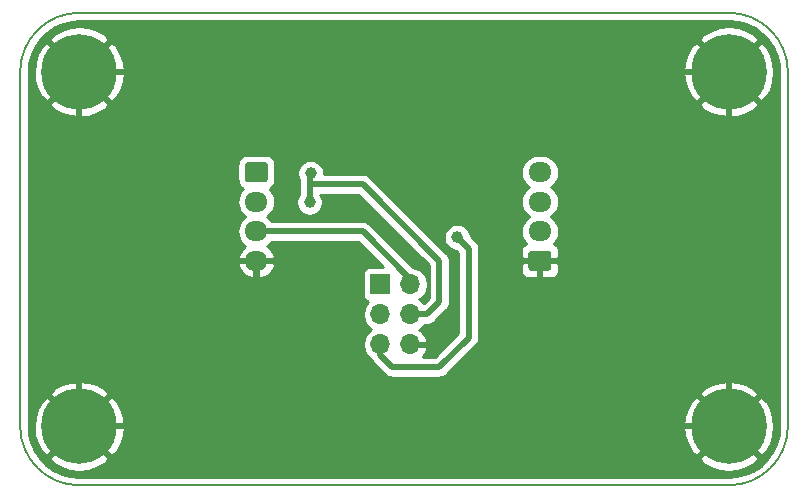
<source format=gbr>
%TF.GenerationSoftware,KiCad,Pcbnew,(5.1.6)-1*%
%TF.CreationDate,2020-12-10T00:03:04+01:00*%
%TF.ProjectId,06_I2C_2_NEOPIXELS,30365f49-3243-45f3-925f-4e454f504958,rev?*%
%TF.SameCoordinates,Original*%
%TF.FileFunction,Copper,L2,Bot*%
%TF.FilePolarity,Positive*%
%FSLAX46Y46*%
G04 Gerber Fmt 4.6, Leading zero omitted, Abs format (unit mm)*
G04 Created by KiCad (PCBNEW (5.1.6)-1) date 2020-12-10 00:03:04*
%MOMM*%
%LPD*%
G01*
G04 APERTURE LIST*
%TA.AperFunction,Profile*%
%ADD10C,0.150000*%
%TD*%
%TA.AperFunction,ComponentPad*%
%ADD11C,6.400000*%
%TD*%
%TA.AperFunction,ComponentPad*%
%ADD12C,0.800000*%
%TD*%
%TA.AperFunction,ComponentPad*%
%ADD13O,1.950000X1.700000*%
%TD*%
%TA.AperFunction,ComponentPad*%
%ADD14R,1.700000X1.700000*%
%TD*%
%TA.AperFunction,ComponentPad*%
%ADD15O,1.700000X1.700000*%
%TD*%
%TA.AperFunction,ViaPad*%
%ADD16C,1.000000*%
%TD*%
%TA.AperFunction,Conductor*%
%ADD17C,0.500000*%
%TD*%
%TA.AperFunction,Conductor*%
%ADD18C,0.254000*%
%TD*%
G04 APERTURE END LIST*
D10*
X160000000Y-55000000D02*
G75*
G02*
X165000000Y-60000000I0J-5000000D01*
G01*
X165000000Y-90000000D02*
G75*
G02*
X160000000Y-95000000I-5000000J0D01*
G01*
X105000000Y-95000000D02*
G75*
G02*
X100000000Y-90000000I0J5000000D01*
G01*
X100000000Y-60000000D02*
G75*
G02*
X105000000Y-55000000I5000000J0D01*
G01*
X100000000Y-90000000D02*
X100000000Y-60000000D01*
X160000000Y-95000000D02*
X105000000Y-95000000D01*
X165000000Y-60000000D02*
X165000000Y-90000000D01*
X105000000Y-55000000D02*
X160000000Y-55000000D01*
D11*
%TO.P,H1,1*%
%TO.N,GND*%
X105000000Y-60000000D03*
D12*
X107400000Y-60000000D03*
X106697056Y-61697056D03*
X105000000Y-62400000D03*
X103302944Y-61697056D03*
X102600000Y-60000000D03*
X103302944Y-58302944D03*
X105000000Y-57600000D03*
X106697056Y-58302944D03*
%TD*%
%TO.P,H2,1*%
%TO.N,GND*%
X161697056Y-58302944D03*
X160000000Y-57600000D03*
X158302944Y-58302944D03*
X157600000Y-60000000D03*
X158302944Y-61697056D03*
X160000000Y-62400000D03*
X161697056Y-61697056D03*
X162400000Y-60000000D03*
D11*
X160000000Y-60000000D03*
%TD*%
D12*
%TO.P,H3,1*%
%TO.N,GND*%
X161697056Y-88302944D03*
X160000000Y-87600000D03*
X158302944Y-88302944D03*
X157600000Y-90000000D03*
X158302944Y-91697056D03*
X160000000Y-92400000D03*
X161697056Y-91697056D03*
X162400000Y-90000000D03*
D11*
X160000000Y-90000000D03*
%TD*%
%TO.P,H4,1*%
%TO.N,GND*%
X105000000Y-90000000D03*
D12*
X107400000Y-90000000D03*
X106697056Y-91697056D03*
X105000000Y-92400000D03*
X103302944Y-91697056D03*
X102600000Y-90000000D03*
X103302944Y-88302944D03*
X105000000Y-87600000D03*
X106697056Y-88302944D03*
%TD*%
%TO.P,J1,1*%
%TO.N,GND*%
%TA.AperFunction,ComponentPad*%
G36*
G01*
X144725000Y-76850000D02*
X143275000Y-76850000D01*
G75*
G02*
X143025000Y-76600000I0J250000D01*
G01*
X143025000Y-75400000D01*
G75*
G02*
X143275000Y-75150000I250000J0D01*
G01*
X144725000Y-75150000D01*
G75*
G02*
X144975000Y-75400000I0J-250000D01*
G01*
X144975000Y-76600000D01*
G75*
G02*
X144725000Y-76850000I-250000J0D01*
G01*
G37*
%TD.AperFunction*%
D13*
%TO.P,J1,2*%
%TO.N,5V*%
X144000000Y-73500000D03*
%TO.P,J1,3*%
%TO.N,S0*%
X144000000Y-71000000D03*
%TO.P,J1,4*%
%TO.N,back0*%
X144000000Y-68500000D03*
%TD*%
%TO.P,J2,4*%
%TO.N,GND*%
X120000000Y-76000000D03*
%TO.P,J2,3*%
%TO.N,5V*%
X120000000Y-73500000D03*
%TO.P,J2,2*%
%TO.N,SCL*%
X120000000Y-71000000D03*
%TO.P,J2,1*%
%TO.N,SDA*%
%TA.AperFunction,ComponentPad*%
G36*
G01*
X119275000Y-67650000D02*
X120725000Y-67650000D01*
G75*
G02*
X120975000Y-67900000I0J-250000D01*
G01*
X120975000Y-69100000D01*
G75*
G02*
X120725000Y-69350000I-250000J0D01*
G01*
X119275000Y-69350000D01*
G75*
G02*
X119025000Y-69100000I0J250000D01*
G01*
X119025000Y-67900000D01*
G75*
G02*
X119275000Y-67650000I250000J0D01*
G01*
G37*
%TD.AperFunction*%
%TD*%
D14*
%TO.P,J3,1*%
%TO.N,PB1*%
X130500000Y-78000000D03*
D15*
%TO.P,J3,2*%
%TO.N,5V*%
X133040000Y-78000000D03*
%TO.P,J3,3*%
%TO.N,SCL*%
X130500000Y-80540000D03*
%TO.P,J3,4*%
%TO.N,SDA*%
X133040000Y-80540000D03*
%TO.P,J3,5*%
%TO.N,RST*%
X130500000Y-83080000D03*
%TO.P,J3,6*%
%TO.N,GND*%
X133040000Y-83080000D03*
%TD*%
D16*
%TO.N,GND*%
X105000000Y-65000000D03*
X105000000Y-70000000D03*
X105000000Y-75000000D03*
X105000000Y-80000000D03*
X105000000Y-85000000D03*
X110000000Y-60000000D03*
X115000000Y-60000000D03*
X120000000Y-60000000D03*
X125000000Y-60000000D03*
X130000000Y-60000000D03*
X135000000Y-60000000D03*
X140000000Y-60000000D03*
X145000000Y-60000000D03*
X150000000Y-60000000D03*
X155000000Y-60000000D03*
X110000000Y-90000000D03*
X115000000Y-90000000D03*
X120000000Y-90000000D03*
X125000000Y-90000000D03*
X130000000Y-90000000D03*
X135000000Y-90000000D03*
X140000000Y-90000000D03*
X145000000Y-90000000D03*
X150000000Y-90000000D03*
X155000000Y-90000000D03*
X160000000Y-85000000D03*
X160000000Y-80000000D03*
X160000000Y-75000000D03*
X160000000Y-65000000D03*
X160000000Y-70000000D03*
X127000000Y-79500000D03*
X133500000Y-69500000D03*
X141000000Y-69000000D03*
X141000000Y-72500000D03*
X129550000Y-76000000D03*
%TO.N,SDA*%
X124500000Y-71050000D03*
X124595000Y-68595000D03*
%TO.N,RST*%
X137000000Y-74000000D03*
%TD*%
D17*
%TO.N,GND*%
X155000000Y-60000000D02*
X160000000Y-60000000D01*
X113000000Y-60000000D02*
X105000000Y-60000000D01*
X155000000Y-60000000D02*
X113000000Y-60000000D01*
X105000000Y-80000000D02*
X105000000Y-75000000D01*
X105000000Y-75000000D02*
X105000000Y-70000000D01*
X105000000Y-70000000D02*
X105000000Y-65000000D01*
X105000000Y-65000000D02*
X105000000Y-60000000D01*
X105000000Y-90000000D02*
X105000000Y-85000000D01*
X105000000Y-85000000D02*
X105000000Y-80000000D01*
X160000000Y-90000000D02*
X155000000Y-90000000D01*
X140000000Y-90000000D02*
X135000000Y-90000000D01*
X135000000Y-90000000D02*
X130000000Y-90000000D01*
X125000000Y-90000000D02*
X120000000Y-90000000D01*
X110000000Y-90000000D02*
X115000000Y-90000000D01*
X120000000Y-90000000D02*
X115000000Y-90000000D01*
X110000000Y-90000000D02*
X105000000Y-90000000D01*
X140000000Y-90000000D02*
X145000000Y-90000000D01*
X145000000Y-90000000D02*
X150000000Y-90000000D01*
X155000000Y-90000000D02*
X150000000Y-90000000D01*
X160000000Y-80000000D02*
X160000000Y-85000000D01*
X160000000Y-90000000D02*
X160000000Y-85000000D01*
X160000000Y-85000000D02*
X160000000Y-75000000D01*
X160000000Y-70000000D02*
X160000000Y-75000000D01*
X160000000Y-75000000D02*
X160000000Y-65000000D01*
X160000000Y-60000000D02*
X160000000Y-65000000D01*
X127000000Y-79500000D02*
X121000000Y-79500000D01*
X120000000Y-78500000D02*
X120000000Y-76000000D01*
X121000000Y-79500000D02*
X120000000Y-78500000D01*
X133500000Y-69500000D02*
X133500000Y-60000000D01*
X133500000Y-69500000D02*
X136000000Y-69500000D01*
X142500000Y-76000000D02*
X144000000Y-76000000D01*
X127000000Y-79500000D02*
X127000000Y-90000000D01*
X125000000Y-90000000D02*
X127000000Y-90000000D01*
X127000000Y-90000000D02*
X130000000Y-90000000D01*
X140000000Y-70000000D02*
X141000000Y-69000000D01*
X140000000Y-73500000D02*
X142500000Y-76000000D01*
X136000000Y-69500000D02*
X140000000Y-73500000D01*
X140000000Y-72500000D02*
X141000000Y-72500000D01*
X140000000Y-72500000D02*
X140000000Y-70000000D01*
X140000000Y-73500000D02*
X140000000Y-72500000D01*
X127000000Y-79500000D02*
X127000000Y-78550000D01*
X127000000Y-78550000D02*
X129550000Y-76000000D01*
%TO.N,5V*%
X129000000Y-73500000D02*
X120000000Y-73500000D01*
X133040000Y-78000000D02*
X133040000Y-77540000D01*
X133040000Y-77540000D02*
X129000000Y-73500000D01*
%TO.N,SDA*%
X124500000Y-68690000D02*
X124595000Y-68595000D01*
X133040000Y-80540000D02*
X134460000Y-80540000D01*
X134460000Y-80540000D02*
X135500000Y-79500000D01*
X135500000Y-79500000D02*
X135500000Y-76000000D01*
X129000000Y-69500000D02*
X124500000Y-69500000D01*
X135500000Y-76000000D02*
X129000000Y-69500000D01*
X124500000Y-71050000D02*
X124500000Y-69500000D01*
X124500000Y-69500000D02*
X124500000Y-68690000D01*
%TO.N,RST*%
X138000000Y-75000000D02*
X138000000Y-82500000D01*
X137000000Y-74000000D02*
X138000000Y-75000000D01*
X138000000Y-82500000D02*
X135500000Y-85000000D01*
X130500000Y-84000000D02*
X130500000Y-83080000D01*
X131500000Y-85000000D02*
X130500000Y-84000000D01*
X135500000Y-85000000D02*
X131500000Y-85000000D01*
%TD*%
D18*
%TO.N,GND*%
G36*
X160759192Y-55780578D02*
G01*
X161494389Y-55981705D01*
X162182351Y-56309846D01*
X162801331Y-56754628D01*
X163331761Y-57301988D01*
X163756884Y-57934639D01*
X164063251Y-58632561D01*
X164242499Y-59379183D01*
X164290000Y-60026030D01*
X164290001Y-89968370D01*
X164219422Y-90759193D01*
X164018295Y-91494389D01*
X163690152Y-92182355D01*
X163245374Y-92801328D01*
X162698012Y-93331761D01*
X162065362Y-93756883D01*
X161367439Y-94063251D01*
X160620819Y-94242499D01*
X159973970Y-94290000D01*
X105031618Y-94290000D01*
X104240807Y-94219422D01*
X103505611Y-94018295D01*
X102817645Y-93690152D01*
X102198672Y-93245374D01*
X101671020Y-92700881D01*
X102478724Y-92700881D01*
X102838912Y-93190548D01*
X103502882Y-93550849D01*
X104224385Y-93774694D01*
X104975695Y-93853480D01*
X105727938Y-93784178D01*
X106452208Y-93569452D01*
X107120670Y-93217555D01*
X107161088Y-93190548D01*
X107521276Y-92700881D01*
X157478724Y-92700881D01*
X157838912Y-93190548D01*
X158502882Y-93550849D01*
X159224385Y-93774694D01*
X159975695Y-93853480D01*
X160727938Y-93784178D01*
X161452208Y-93569452D01*
X162120670Y-93217555D01*
X162161088Y-93190548D01*
X162521276Y-92700881D01*
X160000000Y-90179605D01*
X157478724Y-92700881D01*
X107521276Y-92700881D01*
X105000000Y-90179605D01*
X102478724Y-92700881D01*
X101671020Y-92700881D01*
X101668239Y-92698012D01*
X101243117Y-92065362D01*
X100936749Y-91367439D01*
X100757501Y-90620819D01*
X100710127Y-89975695D01*
X101146520Y-89975695D01*
X101215822Y-90727938D01*
X101430548Y-91452208D01*
X101782445Y-92120670D01*
X101809452Y-92161088D01*
X102299119Y-92521276D01*
X104820395Y-90000000D01*
X105179605Y-90000000D01*
X107700881Y-92521276D01*
X108190548Y-92161088D01*
X108550849Y-91497118D01*
X108774694Y-90775615D01*
X108853480Y-90024305D01*
X108849002Y-89975695D01*
X156146520Y-89975695D01*
X156215822Y-90727938D01*
X156430548Y-91452208D01*
X156782445Y-92120670D01*
X156809452Y-92161088D01*
X157299119Y-92521276D01*
X159820395Y-90000000D01*
X160179605Y-90000000D01*
X162700881Y-92521276D01*
X163190548Y-92161088D01*
X163550849Y-91497118D01*
X163774694Y-90775615D01*
X163853480Y-90024305D01*
X163784178Y-89272062D01*
X163569452Y-88547792D01*
X163217555Y-87879330D01*
X163190548Y-87838912D01*
X162700881Y-87478724D01*
X160179605Y-90000000D01*
X159820395Y-90000000D01*
X157299119Y-87478724D01*
X156809452Y-87838912D01*
X156449151Y-88502882D01*
X156225306Y-89224385D01*
X156146520Y-89975695D01*
X108849002Y-89975695D01*
X108784178Y-89272062D01*
X108569452Y-88547792D01*
X108217555Y-87879330D01*
X108190548Y-87838912D01*
X107700881Y-87478724D01*
X105179605Y-90000000D01*
X104820395Y-90000000D01*
X102299119Y-87478724D01*
X101809452Y-87838912D01*
X101449151Y-88502882D01*
X101225306Y-89224385D01*
X101146520Y-89975695D01*
X100710127Y-89975695D01*
X100710000Y-89973970D01*
X100710000Y-87299119D01*
X102478724Y-87299119D01*
X105000000Y-89820395D01*
X107521276Y-87299119D01*
X157478724Y-87299119D01*
X160000000Y-89820395D01*
X162521276Y-87299119D01*
X162161088Y-86809452D01*
X161497118Y-86449151D01*
X160775615Y-86225306D01*
X160024305Y-86146520D01*
X159272062Y-86215822D01*
X158547792Y-86430548D01*
X157879330Y-86782445D01*
X157838912Y-86809452D01*
X157478724Y-87299119D01*
X107521276Y-87299119D01*
X107161088Y-86809452D01*
X106497118Y-86449151D01*
X105775615Y-86225306D01*
X105024305Y-86146520D01*
X104272062Y-86215822D01*
X103547792Y-86430548D01*
X102879330Y-86782445D01*
X102838912Y-86809452D01*
X102478724Y-87299119D01*
X100710000Y-87299119D01*
X100710000Y-76356890D01*
X118433524Y-76356890D01*
X118525648Y-76619858D01*
X118672504Y-76871193D01*
X118865571Y-77089049D01*
X119097430Y-77265053D01*
X119359170Y-77392442D01*
X119640733Y-77466320D01*
X119873000Y-77326165D01*
X119873000Y-76127000D01*
X120127000Y-76127000D01*
X120127000Y-77326165D01*
X120359267Y-77466320D01*
X120640830Y-77392442D01*
X120902570Y-77265053D01*
X121134429Y-77089049D01*
X121327496Y-76871193D01*
X121474352Y-76619858D01*
X121566476Y-76356890D01*
X121445155Y-76127000D01*
X120127000Y-76127000D01*
X119873000Y-76127000D01*
X118554845Y-76127000D01*
X118433524Y-76356890D01*
X100710000Y-76356890D01*
X100710000Y-71000000D01*
X118382815Y-71000000D01*
X118411487Y-71291111D01*
X118496401Y-71571034D01*
X118634294Y-71829014D01*
X118819866Y-72055134D01*
X119045986Y-72240706D01*
X119063374Y-72250000D01*
X119045986Y-72259294D01*
X118819866Y-72444866D01*
X118634294Y-72670986D01*
X118496401Y-72928966D01*
X118411487Y-73208889D01*
X118382815Y-73500000D01*
X118411487Y-73791111D01*
X118496401Y-74071034D01*
X118634294Y-74329014D01*
X118819866Y-74555134D01*
X119045986Y-74740706D01*
X119071722Y-74754462D01*
X118865571Y-74910951D01*
X118672504Y-75128807D01*
X118525648Y-75380142D01*
X118433524Y-75643110D01*
X118554845Y-75873000D01*
X119873000Y-75873000D01*
X119873000Y-75853000D01*
X120127000Y-75853000D01*
X120127000Y-75873000D01*
X121445155Y-75873000D01*
X121566476Y-75643110D01*
X121474352Y-75380142D01*
X121327496Y-75128807D01*
X121134429Y-74910951D01*
X120928278Y-74754462D01*
X120954014Y-74740706D01*
X121180134Y-74555134D01*
X121319759Y-74385000D01*
X128633422Y-74385000D01*
X130760349Y-76511928D01*
X129650000Y-76511928D01*
X129525518Y-76524188D01*
X129405820Y-76560498D01*
X129295506Y-76619463D01*
X129198815Y-76698815D01*
X129119463Y-76795506D01*
X129060498Y-76905820D01*
X129024188Y-77025518D01*
X129011928Y-77150000D01*
X129011928Y-78850000D01*
X129024188Y-78974482D01*
X129060498Y-79094180D01*
X129119463Y-79204494D01*
X129198815Y-79301185D01*
X129295506Y-79380537D01*
X129405820Y-79439502D01*
X129478380Y-79461513D01*
X129346525Y-79593368D01*
X129184010Y-79836589D01*
X129072068Y-80106842D01*
X129015000Y-80393740D01*
X129015000Y-80686260D01*
X129072068Y-80973158D01*
X129184010Y-81243411D01*
X129346525Y-81486632D01*
X129553368Y-81693475D01*
X129727760Y-81810000D01*
X129553368Y-81926525D01*
X129346525Y-82133368D01*
X129184010Y-82376589D01*
X129072068Y-82646842D01*
X129015000Y-82933740D01*
X129015000Y-83226260D01*
X129072068Y-83513158D01*
X129184010Y-83783411D01*
X129346525Y-84026632D01*
X129553368Y-84233475D01*
X129669551Y-84311106D01*
X129678411Y-84340312D01*
X129760589Y-84494058D01*
X129871183Y-84628817D01*
X129904956Y-84656534D01*
X130843470Y-85595049D01*
X130871183Y-85628817D01*
X130904951Y-85656530D01*
X130904953Y-85656532D01*
X131005941Y-85739411D01*
X131159686Y-85821589D01*
X131326510Y-85872195D01*
X131456523Y-85885000D01*
X131456531Y-85885000D01*
X131500000Y-85889281D01*
X131543469Y-85885000D01*
X135456531Y-85885000D01*
X135500000Y-85889281D01*
X135543469Y-85885000D01*
X135543477Y-85885000D01*
X135673490Y-85872195D01*
X135840313Y-85821589D01*
X135994059Y-85739411D01*
X136128817Y-85628817D01*
X136156534Y-85595044D01*
X138595049Y-83156530D01*
X138628817Y-83128817D01*
X138704562Y-83036523D01*
X138739411Y-82994059D01*
X138821588Y-82840314D01*
X138821589Y-82840313D01*
X138872195Y-82673490D01*
X138885000Y-82543477D01*
X138885000Y-82543469D01*
X138889281Y-82500000D01*
X138885000Y-82456531D01*
X138885000Y-76850000D01*
X142386928Y-76850000D01*
X142399188Y-76974482D01*
X142435498Y-77094180D01*
X142494463Y-77204494D01*
X142573815Y-77301185D01*
X142670506Y-77380537D01*
X142780820Y-77439502D01*
X142900518Y-77475812D01*
X143025000Y-77488072D01*
X143714250Y-77485000D01*
X143873000Y-77326250D01*
X143873000Y-76127000D01*
X144127000Y-76127000D01*
X144127000Y-77326250D01*
X144285750Y-77485000D01*
X144975000Y-77488072D01*
X145099482Y-77475812D01*
X145219180Y-77439502D01*
X145329494Y-77380537D01*
X145426185Y-77301185D01*
X145505537Y-77204494D01*
X145564502Y-77094180D01*
X145600812Y-76974482D01*
X145613072Y-76850000D01*
X145610000Y-76285750D01*
X145451250Y-76127000D01*
X144127000Y-76127000D01*
X143873000Y-76127000D01*
X142548750Y-76127000D01*
X142390000Y-76285750D01*
X142386928Y-76850000D01*
X138885000Y-76850000D01*
X138885000Y-75043469D01*
X138889281Y-75000000D01*
X138885000Y-74956531D01*
X138885000Y-74956523D01*
X138872195Y-74826510D01*
X138825855Y-74673750D01*
X138821589Y-74659686D01*
X138739411Y-74505941D01*
X138656532Y-74404953D01*
X138656530Y-74404951D01*
X138628817Y-74371183D01*
X138595050Y-74343471D01*
X138133811Y-73882232D01*
X138091383Y-73668933D01*
X138005824Y-73462376D01*
X137881612Y-73276480D01*
X137723520Y-73118388D01*
X137537624Y-72994176D01*
X137331067Y-72908617D01*
X137111788Y-72865000D01*
X136888212Y-72865000D01*
X136668933Y-72908617D01*
X136462376Y-72994176D01*
X136276480Y-73118388D01*
X136118388Y-73276480D01*
X135994176Y-73462376D01*
X135908617Y-73668933D01*
X135865000Y-73888212D01*
X135865000Y-74111788D01*
X135908617Y-74331067D01*
X135994176Y-74537624D01*
X136118388Y-74723520D01*
X136276480Y-74881612D01*
X136462376Y-75005824D01*
X136668933Y-75091383D01*
X136882232Y-75133811D01*
X137115000Y-75366579D01*
X137115001Y-82133420D01*
X135133422Y-84115000D01*
X134099057Y-84115000D01*
X134137588Y-84080269D01*
X134311641Y-83846920D01*
X134436825Y-83584099D01*
X134481476Y-83436890D01*
X134360155Y-83207000D01*
X133167000Y-83207000D01*
X133167000Y-83227000D01*
X132913000Y-83227000D01*
X132913000Y-83207000D01*
X132893000Y-83207000D01*
X132893000Y-82953000D01*
X132913000Y-82953000D01*
X132913000Y-82933000D01*
X133167000Y-82933000D01*
X133167000Y-82953000D01*
X134360155Y-82953000D01*
X134481476Y-82723110D01*
X134436825Y-82575901D01*
X134311641Y-82313080D01*
X134137588Y-82079731D01*
X133921355Y-81884822D01*
X133804466Y-81815195D01*
X133986632Y-81693475D01*
X134193475Y-81486632D01*
X134234656Y-81425000D01*
X134416531Y-81425000D01*
X134460000Y-81429281D01*
X134503469Y-81425000D01*
X134503477Y-81425000D01*
X134633490Y-81412195D01*
X134800313Y-81361589D01*
X134954059Y-81279411D01*
X135088817Y-81168817D01*
X135116534Y-81135044D01*
X136095050Y-80156529D01*
X136128817Y-80128817D01*
X136239411Y-79994059D01*
X136321589Y-79840313D01*
X136372195Y-79673490D01*
X136385000Y-79543477D01*
X136385000Y-79543467D01*
X136389281Y-79500001D01*
X136385000Y-79456535D01*
X136385000Y-76043465D01*
X136389281Y-75999999D01*
X136385000Y-75956533D01*
X136385000Y-75956523D01*
X136372195Y-75826510D01*
X136321589Y-75659687D01*
X136239411Y-75505941D01*
X136128817Y-75371183D01*
X136095049Y-75343470D01*
X129656534Y-68904956D01*
X129628817Y-68871183D01*
X129494059Y-68760589D01*
X129340313Y-68678411D01*
X129173490Y-68627805D01*
X129043477Y-68615000D01*
X129043469Y-68615000D01*
X129000000Y-68610719D01*
X128956531Y-68615000D01*
X125730000Y-68615000D01*
X125730000Y-68500000D01*
X142382815Y-68500000D01*
X142411487Y-68791111D01*
X142496401Y-69071034D01*
X142634294Y-69329014D01*
X142819866Y-69555134D01*
X143045986Y-69740706D01*
X143063374Y-69750000D01*
X143045986Y-69759294D01*
X142819866Y-69944866D01*
X142634294Y-70170986D01*
X142496401Y-70428966D01*
X142411487Y-70708889D01*
X142382815Y-71000000D01*
X142411487Y-71291111D01*
X142496401Y-71571034D01*
X142634294Y-71829014D01*
X142819866Y-72055134D01*
X143045986Y-72240706D01*
X143063374Y-72250000D01*
X143045986Y-72259294D01*
X142819866Y-72444866D01*
X142634294Y-72670986D01*
X142496401Y-72928966D01*
X142411487Y-73208889D01*
X142382815Y-73500000D01*
X142411487Y-73791111D01*
X142496401Y-74071034D01*
X142634294Y-74329014D01*
X142815608Y-74549945D01*
X142780820Y-74560498D01*
X142670506Y-74619463D01*
X142573815Y-74698815D01*
X142494463Y-74795506D01*
X142435498Y-74905820D01*
X142399188Y-75025518D01*
X142386928Y-75150000D01*
X142390000Y-75714250D01*
X142548750Y-75873000D01*
X143873000Y-75873000D01*
X143873000Y-75853000D01*
X144127000Y-75853000D01*
X144127000Y-75873000D01*
X145451250Y-75873000D01*
X145610000Y-75714250D01*
X145613072Y-75150000D01*
X145600812Y-75025518D01*
X145564502Y-74905820D01*
X145505537Y-74795506D01*
X145426185Y-74698815D01*
X145329494Y-74619463D01*
X145219180Y-74560498D01*
X145184392Y-74549945D01*
X145365706Y-74329014D01*
X145503599Y-74071034D01*
X145588513Y-73791111D01*
X145617185Y-73500000D01*
X145588513Y-73208889D01*
X145503599Y-72928966D01*
X145365706Y-72670986D01*
X145180134Y-72444866D01*
X144954014Y-72259294D01*
X144936626Y-72250000D01*
X144954014Y-72240706D01*
X145180134Y-72055134D01*
X145365706Y-71829014D01*
X145503599Y-71571034D01*
X145588513Y-71291111D01*
X145617185Y-71000000D01*
X145588513Y-70708889D01*
X145503599Y-70428966D01*
X145365706Y-70170986D01*
X145180134Y-69944866D01*
X144954014Y-69759294D01*
X144936626Y-69750000D01*
X144954014Y-69740706D01*
X145180134Y-69555134D01*
X145365706Y-69329014D01*
X145503599Y-69071034D01*
X145588513Y-68791111D01*
X145617185Y-68500000D01*
X145588513Y-68208889D01*
X145503599Y-67928966D01*
X145365706Y-67670986D01*
X145180134Y-67444866D01*
X144954014Y-67259294D01*
X144696034Y-67121401D01*
X144416111Y-67036487D01*
X144197950Y-67015000D01*
X143802050Y-67015000D01*
X143583889Y-67036487D01*
X143303966Y-67121401D01*
X143045986Y-67259294D01*
X142819866Y-67444866D01*
X142634294Y-67670986D01*
X142496401Y-67928966D01*
X142411487Y-68208889D01*
X142382815Y-68500000D01*
X125730000Y-68500000D01*
X125730000Y-68483212D01*
X125686383Y-68263933D01*
X125600824Y-68057376D01*
X125476612Y-67871480D01*
X125318520Y-67713388D01*
X125132624Y-67589176D01*
X124926067Y-67503617D01*
X124706788Y-67460000D01*
X124483212Y-67460000D01*
X124263933Y-67503617D01*
X124057376Y-67589176D01*
X123871480Y-67713388D01*
X123713388Y-67871480D01*
X123589176Y-68057376D01*
X123503617Y-68263933D01*
X123460000Y-68483212D01*
X123460000Y-68706788D01*
X123503617Y-68926067D01*
X123589176Y-69132624D01*
X123615000Y-69171272D01*
X123615000Y-69456523D01*
X123610718Y-69500000D01*
X123615001Y-69543486D01*
X123615000Y-70331550D01*
X123494176Y-70512376D01*
X123408617Y-70718933D01*
X123365000Y-70938212D01*
X123365000Y-71161788D01*
X123408617Y-71381067D01*
X123494176Y-71587624D01*
X123618388Y-71773520D01*
X123776480Y-71931612D01*
X123962376Y-72055824D01*
X124168933Y-72141383D01*
X124388212Y-72185000D01*
X124611788Y-72185000D01*
X124831067Y-72141383D01*
X125037624Y-72055824D01*
X125223520Y-71931612D01*
X125381612Y-71773520D01*
X125505824Y-71587624D01*
X125591383Y-71381067D01*
X125635000Y-71161788D01*
X125635000Y-70938212D01*
X125591383Y-70718933D01*
X125505824Y-70512376D01*
X125420714Y-70385000D01*
X128633422Y-70385000D01*
X134615001Y-76366580D01*
X134615000Y-79133421D01*
X134174264Y-79574157D01*
X133986632Y-79386525D01*
X133812240Y-79270000D01*
X133986632Y-79153475D01*
X134193475Y-78946632D01*
X134355990Y-78703411D01*
X134467932Y-78433158D01*
X134525000Y-78146260D01*
X134525000Y-77853740D01*
X134467932Y-77566842D01*
X134355990Y-77296589D01*
X134193475Y-77053368D01*
X133986632Y-76846525D01*
X133743411Y-76684010D01*
X133473158Y-76572068D01*
X133286523Y-76534944D01*
X129656534Y-72904956D01*
X129628817Y-72871183D01*
X129494059Y-72760589D01*
X129340313Y-72678411D01*
X129173490Y-72627805D01*
X129043477Y-72615000D01*
X129043469Y-72615000D01*
X129000000Y-72610719D01*
X128956531Y-72615000D01*
X121319759Y-72615000D01*
X121180134Y-72444866D01*
X120954014Y-72259294D01*
X120936626Y-72250000D01*
X120954014Y-72240706D01*
X121180134Y-72055134D01*
X121365706Y-71829014D01*
X121503599Y-71571034D01*
X121588513Y-71291111D01*
X121617185Y-71000000D01*
X121588513Y-70708889D01*
X121503599Y-70428966D01*
X121365706Y-70170986D01*
X121180134Y-69944866D01*
X121116663Y-69892777D01*
X121218386Y-69838405D01*
X121352962Y-69727962D01*
X121463405Y-69593386D01*
X121545472Y-69439850D01*
X121596008Y-69273254D01*
X121613072Y-69100000D01*
X121613072Y-67900000D01*
X121596008Y-67726746D01*
X121545472Y-67560150D01*
X121463405Y-67406614D01*
X121352962Y-67272038D01*
X121218386Y-67161595D01*
X121064850Y-67079528D01*
X120898254Y-67028992D01*
X120725000Y-67011928D01*
X119275000Y-67011928D01*
X119101746Y-67028992D01*
X118935150Y-67079528D01*
X118781614Y-67161595D01*
X118647038Y-67272038D01*
X118536595Y-67406614D01*
X118454528Y-67560150D01*
X118403992Y-67726746D01*
X118386928Y-67900000D01*
X118386928Y-69100000D01*
X118403992Y-69273254D01*
X118454528Y-69439850D01*
X118536595Y-69593386D01*
X118647038Y-69727962D01*
X118781614Y-69838405D01*
X118883337Y-69892777D01*
X118819866Y-69944866D01*
X118634294Y-70170986D01*
X118496401Y-70428966D01*
X118411487Y-70708889D01*
X118382815Y-71000000D01*
X100710000Y-71000000D01*
X100710000Y-62700881D01*
X102478724Y-62700881D01*
X102838912Y-63190548D01*
X103502882Y-63550849D01*
X104224385Y-63774694D01*
X104975695Y-63853480D01*
X105727938Y-63784178D01*
X106452208Y-63569452D01*
X107120670Y-63217555D01*
X107161088Y-63190548D01*
X107521276Y-62700881D01*
X157478724Y-62700881D01*
X157838912Y-63190548D01*
X158502882Y-63550849D01*
X159224385Y-63774694D01*
X159975695Y-63853480D01*
X160727938Y-63784178D01*
X161452208Y-63569452D01*
X162120670Y-63217555D01*
X162161088Y-63190548D01*
X162521276Y-62700881D01*
X160000000Y-60179605D01*
X157478724Y-62700881D01*
X107521276Y-62700881D01*
X105000000Y-60179605D01*
X102478724Y-62700881D01*
X100710000Y-62700881D01*
X100710000Y-60031618D01*
X100714991Y-59975695D01*
X101146520Y-59975695D01*
X101215822Y-60727938D01*
X101430548Y-61452208D01*
X101782445Y-62120670D01*
X101809452Y-62161088D01*
X102299119Y-62521276D01*
X104820395Y-60000000D01*
X105179605Y-60000000D01*
X107700881Y-62521276D01*
X108190548Y-62161088D01*
X108550849Y-61497118D01*
X108774694Y-60775615D01*
X108853480Y-60024305D01*
X108849002Y-59975695D01*
X156146520Y-59975695D01*
X156215822Y-60727938D01*
X156430548Y-61452208D01*
X156782445Y-62120670D01*
X156809452Y-62161088D01*
X157299119Y-62521276D01*
X159820395Y-60000000D01*
X160179605Y-60000000D01*
X162700881Y-62521276D01*
X163190548Y-62161088D01*
X163550849Y-61497118D01*
X163774694Y-60775615D01*
X163853480Y-60024305D01*
X163784178Y-59272062D01*
X163569452Y-58547792D01*
X163217555Y-57879330D01*
X163190548Y-57838912D01*
X162700881Y-57478724D01*
X160179605Y-60000000D01*
X159820395Y-60000000D01*
X157299119Y-57478724D01*
X156809452Y-57838912D01*
X156449151Y-58502882D01*
X156225306Y-59224385D01*
X156146520Y-59975695D01*
X108849002Y-59975695D01*
X108784178Y-59272062D01*
X108569452Y-58547792D01*
X108217555Y-57879330D01*
X108190548Y-57838912D01*
X107700881Y-57478724D01*
X105179605Y-60000000D01*
X104820395Y-60000000D01*
X102299119Y-57478724D01*
X101809452Y-57838912D01*
X101449151Y-58502882D01*
X101225306Y-59224385D01*
X101146520Y-59975695D01*
X100714991Y-59975695D01*
X100780578Y-59240808D01*
X100981705Y-58505611D01*
X101309846Y-57817649D01*
X101682447Y-57299119D01*
X102478724Y-57299119D01*
X105000000Y-59820395D01*
X107521276Y-57299119D01*
X157478724Y-57299119D01*
X160000000Y-59820395D01*
X162521276Y-57299119D01*
X162161088Y-56809452D01*
X161497118Y-56449151D01*
X160775615Y-56225306D01*
X160024305Y-56146520D01*
X159272062Y-56215822D01*
X158547792Y-56430548D01*
X157879330Y-56782445D01*
X157838912Y-56809452D01*
X157478724Y-57299119D01*
X107521276Y-57299119D01*
X107161088Y-56809452D01*
X106497118Y-56449151D01*
X105775615Y-56225306D01*
X105024305Y-56146520D01*
X104272062Y-56215822D01*
X103547792Y-56430548D01*
X102879330Y-56782445D01*
X102838912Y-56809452D01*
X102478724Y-57299119D01*
X101682447Y-57299119D01*
X101754628Y-57198669D01*
X102301988Y-56668239D01*
X102934639Y-56243116D01*
X103632561Y-55936749D01*
X104379183Y-55757501D01*
X105026030Y-55710000D01*
X159968382Y-55710000D01*
X160759192Y-55780578D01*
G37*
X160759192Y-55780578D02*
X161494389Y-55981705D01*
X162182351Y-56309846D01*
X162801331Y-56754628D01*
X163331761Y-57301988D01*
X163756884Y-57934639D01*
X164063251Y-58632561D01*
X164242499Y-59379183D01*
X164290000Y-60026030D01*
X164290001Y-89968370D01*
X164219422Y-90759193D01*
X164018295Y-91494389D01*
X163690152Y-92182355D01*
X163245374Y-92801328D01*
X162698012Y-93331761D01*
X162065362Y-93756883D01*
X161367439Y-94063251D01*
X160620819Y-94242499D01*
X159973970Y-94290000D01*
X105031618Y-94290000D01*
X104240807Y-94219422D01*
X103505611Y-94018295D01*
X102817645Y-93690152D01*
X102198672Y-93245374D01*
X101671020Y-92700881D01*
X102478724Y-92700881D01*
X102838912Y-93190548D01*
X103502882Y-93550849D01*
X104224385Y-93774694D01*
X104975695Y-93853480D01*
X105727938Y-93784178D01*
X106452208Y-93569452D01*
X107120670Y-93217555D01*
X107161088Y-93190548D01*
X107521276Y-92700881D01*
X157478724Y-92700881D01*
X157838912Y-93190548D01*
X158502882Y-93550849D01*
X159224385Y-93774694D01*
X159975695Y-93853480D01*
X160727938Y-93784178D01*
X161452208Y-93569452D01*
X162120670Y-93217555D01*
X162161088Y-93190548D01*
X162521276Y-92700881D01*
X160000000Y-90179605D01*
X157478724Y-92700881D01*
X107521276Y-92700881D01*
X105000000Y-90179605D01*
X102478724Y-92700881D01*
X101671020Y-92700881D01*
X101668239Y-92698012D01*
X101243117Y-92065362D01*
X100936749Y-91367439D01*
X100757501Y-90620819D01*
X100710127Y-89975695D01*
X101146520Y-89975695D01*
X101215822Y-90727938D01*
X101430548Y-91452208D01*
X101782445Y-92120670D01*
X101809452Y-92161088D01*
X102299119Y-92521276D01*
X104820395Y-90000000D01*
X105179605Y-90000000D01*
X107700881Y-92521276D01*
X108190548Y-92161088D01*
X108550849Y-91497118D01*
X108774694Y-90775615D01*
X108853480Y-90024305D01*
X108849002Y-89975695D01*
X156146520Y-89975695D01*
X156215822Y-90727938D01*
X156430548Y-91452208D01*
X156782445Y-92120670D01*
X156809452Y-92161088D01*
X157299119Y-92521276D01*
X159820395Y-90000000D01*
X160179605Y-90000000D01*
X162700881Y-92521276D01*
X163190548Y-92161088D01*
X163550849Y-91497118D01*
X163774694Y-90775615D01*
X163853480Y-90024305D01*
X163784178Y-89272062D01*
X163569452Y-88547792D01*
X163217555Y-87879330D01*
X163190548Y-87838912D01*
X162700881Y-87478724D01*
X160179605Y-90000000D01*
X159820395Y-90000000D01*
X157299119Y-87478724D01*
X156809452Y-87838912D01*
X156449151Y-88502882D01*
X156225306Y-89224385D01*
X156146520Y-89975695D01*
X108849002Y-89975695D01*
X108784178Y-89272062D01*
X108569452Y-88547792D01*
X108217555Y-87879330D01*
X108190548Y-87838912D01*
X107700881Y-87478724D01*
X105179605Y-90000000D01*
X104820395Y-90000000D01*
X102299119Y-87478724D01*
X101809452Y-87838912D01*
X101449151Y-88502882D01*
X101225306Y-89224385D01*
X101146520Y-89975695D01*
X100710127Y-89975695D01*
X100710000Y-89973970D01*
X100710000Y-87299119D01*
X102478724Y-87299119D01*
X105000000Y-89820395D01*
X107521276Y-87299119D01*
X157478724Y-87299119D01*
X160000000Y-89820395D01*
X162521276Y-87299119D01*
X162161088Y-86809452D01*
X161497118Y-86449151D01*
X160775615Y-86225306D01*
X160024305Y-86146520D01*
X159272062Y-86215822D01*
X158547792Y-86430548D01*
X157879330Y-86782445D01*
X157838912Y-86809452D01*
X157478724Y-87299119D01*
X107521276Y-87299119D01*
X107161088Y-86809452D01*
X106497118Y-86449151D01*
X105775615Y-86225306D01*
X105024305Y-86146520D01*
X104272062Y-86215822D01*
X103547792Y-86430548D01*
X102879330Y-86782445D01*
X102838912Y-86809452D01*
X102478724Y-87299119D01*
X100710000Y-87299119D01*
X100710000Y-76356890D01*
X118433524Y-76356890D01*
X118525648Y-76619858D01*
X118672504Y-76871193D01*
X118865571Y-77089049D01*
X119097430Y-77265053D01*
X119359170Y-77392442D01*
X119640733Y-77466320D01*
X119873000Y-77326165D01*
X119873000Y-76127000D01*
X120127000Y-76127000D01*
X120127000Y-77326165D01*
X120359267Y-77466320D01*
X120640830Y-77392442D01*
X120902570Y-77265053D01*
X121134429Y-77089049D01*
X121327496Y-76871193D01*
X121474352Y-76619858D01*
X121566476Y-76356890D01*
X121445155Y-76127000D01*
X120127000Y-76127000D01*
X119873000Y-76127000D01*
X118554845Y-76127000D01*
X118433524Y-76356890D01*
X100710000Y-76356890D01*
X100710000Y-71000000D01*
X118382815Y-71000000D01*
X118411487Y-71291111D01*
X118496401Y-71571034D01*
X118634294Y-71829014D01*
X118819866Y-72055134D01*
X119045986Y-72240706D01*
X119063374Y-72250000D01*
X119045986Y-72259294D01*
X118819866Y-72444866D01*
X118634294Y-72670986D01*
X118496401Y-72928966D01*
X118411487Y-73208889D01*
X118382815Y-73500000D01*
X118411487Y-73791111D01*
X118496401Y-74071034D01*
X118634294Y-74329014D01*
X118819866Y-74555134D01*
X119045986Y-74740706D01*
X119071722Y-74754462D01*
X118865571Y-74910951D01*
X118672504Y-75128807D01*
X118525648Y-75380142D01*
X118433524Y-75643110D01*
X118554845Y-75873000D01*
X119873000Y-75873000D01*
X119873000Y-75853000D01*
X120127000Y-75853000D01*
X120127000Y-75873000D01*
X121445155Y-75873000D01*
X121566476Y-75643110D01*
X121474352Y-75380142D01*
X121327496Y-75128807D01*
X121134429Y-74910951D01*
X120928278Y-74754462D01*
X120954014Y-74740706D01*
X121180134Y-74555134D01*
X121319759Y-74385000D01*
X128633422Y-74385000D01*
X130760349Y-76511928D01*
X129650000Y-76511928D01*
X129525518Y-76524188D01*
X129405820Y-76560498D01*
X129295506Y-76619463D01*
X129198815Y-76698815D01*
X129119463Y-76795506D01*
X129060498Y-76905820D01*
X129024188Y-77025518D01*
X129011928Y-77150000D01*
X129011928Y-78850000D01*
X129024188Y-78974482D01*
X129060498Y-79094180D01*
X129119463Y-79204494D01*
X129198815Y-79301185D01*
X129295506Y-79380537D01*
X129405820Y-79439502D01*
X129478380Y-79461513D01*
X129346525Y-79593368D01*
X129184010Y-79836589D01*
X129072068Y-80106842D01*
X129015000Y-80393740D01*
X129015000Y-80686260D01*
X129072068Y-80973158D01*
X129184010Y-81243411D01*
X129346525Y-81486632D01*
X129553368Y-81693475D01*
X129727760Y-81810000D01*
X129553368Y-81926525D01*
X129346525Y-82133368D01*
X129184010Y-82376589D01*
X129072068Y-82646842D01*
X129015000Y-82933740D01*
X129015000Y-83226260D01*
X129072068Y-83513158D01*
X129184010Y-83783411D01*
X129346525Y-84026632D01*
X129553368Y-84233475D01*
X129669551Y-84311106D01*
X129678411Y-84340312D01*
X129760589Y-84494058D01*
X129871183Y-84628817D01*
X129904956Y-84656534D01*
X130843470Y-85595049D01*
X130871183Y-85628817D01*
X130904951Y-85656530D01*
X130904953Y-85656532D01*
X131005941Y-85739411D01*
X131159686Y-85821589D01*
X131326510Y-85872195D01*
X131456523Y-85885000D01*
X131456531Y-85885000D01*
X131500000Y-85889281D01*
X131543469Y-85885000D01*
X135456531Y-85885000D01*
X135500000Y-85889281D01*
X135543469Y-85885000D01*
X135543477Y-85885000D01*
X135673490Y-85872195D01*
X135840313Y-85821589D01*
X135994059Y-85739411D01*
X136128817Y-85628817D01*
X136156534Y-85595044D01*
X138595049Y-83156530D01*
X138628817Y-83128817D01*
X138704562Y-83036523D01*
X138739411Y-82994059D01*
X138821588Y-82840314D01*
X138821589Y-82840313D01*
X138872195Y-82673490D01*
X138885000Y-82543477D01*
X138885000Y-82543469D01*
X138889281Y-82500000D01*
X138885000Y-82456531D01*
X138885000Y-76850000D01*
X142386928Y-76850000D01*
X142399188Y-76974482D01*
X142435498Y-77094180D01*
X142494463Y-77204494D01*
X142573815Y-77301185D01*
X142670506Y-77380537D01*
X142780820Y-77439502D01*
X142900518Y-77475812D01*
X143025000Y-77488072D01*
X143714250Y-77485000D01*
X143873000Y-77326250D01*
X143873000Y-76127000D01*
X144127000Y-76127000D01*
X144127000Y-77326250D01*
X144285750Y-77485000D01*
X144975000Y-77488072D01*
X145099482Y-77475812D01*
X145219180Y-77439502D01*
X145329494Y-77380537D01*
X145426185Y-77301185D01*
X145505537Y-77204494D01*
X145564502Y-77094180D01*
X145600812Y-76974482D01*
X145613072Y-76850000D01*
X145610000Y-76285750D01*
X145451250Y-76127000D01*
X144127000Y-76127000D01*
X143873000Y-76127000D01*
X142548750Y-76127000D01*
X142390000Y-76285750D01*
X142386928Y-76850000D01*
X138885000Y-76850000D01*
X138885000Y-75043469D01*
X138889281Y-75000000D01*
X138885000Y-74956531D01*
X138885000Y-74956523D01*
X138872195Y-74826510D01*
X138825855Y-74673750D01*
X138821589Y-74659686D01*
X138739411Y-74505941D01*
X138656532Y-74404953D01*
X138656530Y-74404951D01*
X138628817Y-74371183D01*
X138595050Y-74343471D01*
X138133811Y-73882232D01*
X138091383Y-73668933D01*
X138005824Y-73462376D01*
X137881612Y-73276480D01*
X137723520Y-73118388D01*
X137537624Y-72994176D01*
X137331067Y-72908617D01*
X137111788Y-72865000D01*
X136888212Y-72865000D01*
X136668933Y-72908617D01*
X136462376Y-72994176D01*
X136276480Y-73118388D01*
X136118388Y-73276480D01*
X135994176Y-73462376D01*
X135908617Y-73668933D01*
X135865000Y-73888212D01*
X135865000Y-74111788D01*
X135908617Y-74331067D01*
X135994176Y-74537624D01*
X136118388Y-74723520D01*
X136276480Y-74881612D01*
X136462376Y-75005824D01*
X136668933Y-75091383D01*
X136882232Y-75133811D01*
X137115000Y-75366579D01*
X137115001Y-82133420D01*
X135133422Y-84115000D01*
X134099057Y-84115000D01*
X134137588Y-84080269D01*
X134311641Y-83846920D01*
X134436825Y-83584099D01*
X134481476Y-83436890D01*
X134360155Y-83207000D01*
X133167000Y-83207000D01*
X133167000Y-83227000D01*
X132913000Y-83227000D01*
X132913000Y-83207000D01*
X132893000Y-83207000D01*
X132893000Y-82953000D01*
X132913000Y-82953000D01*
X132913000Y-82933000D01*
X133167000Y-82933000D01*
X133167000Y-82953000D01*
X134360155Y-82953000D01*
X134481476Y-82723110D01*
X134436825Y-82575901D01*
X134311641Y-82313080D01*
X134137588Y-82079731D01*
X133921355Y-81884822D01*
X133804466Y-81815195D01*
X133986632Y-81693475D01*
X134193475Y-81486632D01*
X134234656Y-81425000D01*
X134416531Y-81425000D01*
X134460000Y-81429281D01*
X134503469Y-81425000D01*
X134503477Y-81425000D01*
X134633490Y-81412195D01*
X134800313Y-81361589D01*
X134954059Y-81279411D01*
X135088817Y-81168817D01*
X135116534Y-81135044D01*
X136095050Y-80156529D01*
X136128817Y-80128817D01*
X136239411Y-79994059D01*
X136321589Y-79840313D01*
X136372195Y-79673490D01*
X136385000Y-79543477D01*
X136385000Y-79543467D01*
X136389281Y-79500001D01*
X136385000Y-79456535D01*
X136385000Y-76043465D01*
X136389281Y-75999999D01*
X136385000Y-75956533D01*
X136385000Y-75956523D01*
X136372195Y-75826510D01*
X136321589Y-75659687D01*
X136239411Y-75505941D01*
X136128817Y-75371183D01*
X136095049Y-75343470D01*
X129656534Y-68904956D01*
X129628817Y-68871183D01*
X129494059Y-68760589D01*
X129340313Y-68678411D01*
X129173490Y-68627805D01*
X129043477Y-68615000D01*
X129043469Y-68615000D01*
X129000000Y-68610719D01*
X128956531Y-68615000D01*
X125730000Y-68615000D01*
X125730000Y-68500000D01*
X142382815Y-68500000D01*
X142411487Y-68791111D01*
X142496401Y-69071034D01*
X142634294Y-69329014D01*
X142819866Y-69555134D01*
X143045986Y-69740706D01*
X143063374Y-69750000D01*
X143045986Y-69759294D01*
X142819866Y-69944866D01*
X142634294Y-70170986D01*
X142496401Y-70428966D01*
X142411487Y-70708889D01*
X142382815Y-71000000D01*
X142411487Y-71291111D01*
X142496401Y-71571034D01*
X142634294Y-71829014D01*
X142819866Y-72055134D01*
X143045986Y-72240706D01*
X143063374Y-72250000D01*
X143045986Y-72259294D01*
X142819866Y-72444866D01*
X142634294Y-72670986D01*
X142496401Y-72928966D01*
X142411487Y-73208889D01*
X142382815Y-73500000D01*
X142411487Y-73791111D01*
X142496401Y-74071034D01*
X142634294Y-74329014D01*
X142815608Y-74549945D01*
X142780820Y-74560498D01*
X142670506Y-74619463D01*
X142573815Y-74698815D01*
X142494463Y-74795506D01*
X142435498Y-74905820D01*
X142399188Y-75025518D01*
X142386928Y-75150000D01*
X142390000Y-75714250D01*
X142548750Y-75873000D01*
X143873000Y-75873000D01*
X143873000Y-75853000D01*
X144127000Y-75853000D01*
X144127000Y-75873000D01*
X145451250Y-75873000D01*
X145610000Y-75714250D01*
X145613072Y-75150000D01*
X145600812Y-75025518D01*
X145564502Y-74905820D01*
X145505537Y-74795506D01*
X145426185Y-74698815D01*
X145329494Y-74619463D01*
X145219180Y-74560498D01*
X145184392Y-74549945D01*
X145365706Y-74329014D01*
X145503599Y-74071034D01*
X145588513Y-73791111D01*
X145617185Y-73500000D01*
X145588513Y-73208889D01*
X145503599Y-72928966D01*
X145365706Y-72670986D01*
X145180134Y-72444866D01*
X144954014Y-72259294D01*
X144936626Y-72250000D01*
X144954014Y-72240706D01*
X145180134Y-72055134D01*
X145365706Y-71829014D01*
X145503599Y-71571034D01*
X145588513Y-71291111D01*
X145617185Y-71000000D01*
X145588513Y-70708889D01*
X145503599Y-70428966D01*
X145365706Y-70170986D01*
X145180134Y-69944866D01*
X144954014Y-69759294D01*
X144936626Y-69750000D01*
X144954014Y-69740706D01*
X145180134Y-69555134D01*
X145365706Y-69329014D01*
X145503599Y-69071034D01*
X145588513Y-68791111D01*
X145617185Y-68500000D01*
X145588513Y-68208889D01*
X145503599Y-67928966D01*
X145365706Y-67670986D01*
X145180134Y-67444866D01*
X144954014Y-67259294D01*
X144696034Y-67121401D01*
X144416111Y-67036487D01*
X144197950Y-67015000D01*
X143802050Y-67015000D01*
X143583889Y-67036487D01*
X143303966Y-67121401D01*
X143045986Y-67259294D01*
X142819866Y-67444866D01*
X142634294Y-67670986D01*
X142496401Y-67928966D01*
X142411487Y-68208889D01*
X142382815Y-68500000D01*
X125730000Y-68500000D01*
X125730000Y-68483212D01*
X125686383Y-68263933D01*
X125600824Y-68057376D01*
X125476612Y-67871480D01*
X125318520Y-67713388D01*
X125132624Y-67589176D01*
X124926067Y-67503617D01*
X124706788Y-67460000D01*
X124483212Y-67460000D01*
X124263933Y-67503617D01*
X124057376Y-67589176D01*
X123871480Y-67713388D01*
X123713388Y-67871480D01*
X123589176Y-68057376D01*
X123503617Y-68263933D01*
X123460000Y-68483212D01*
X123460000Y-68706788D01*
X123503617Y-68926067D01*
X123589176Y-69132624D01*
X123615000Y-69171272D01*
X123615000Y-69456523D01*
X123610718Y-69500000D01*
X123615001Y-69543486D01*
X123615000Y-70331550D01*
X123494176Y-70512376D01*
X123408617Y-70718933D01*
X123365000Y-70938212D01*
X123365000Y-71161788D01*
X123408617Y-71381067D01*
X123494176Y-71587624D01*
X123618388Y-71773520D01*
X123776480Y-71931612D01*
X123962376Y-72055824D01*
X124168933Y-72141383D01*
X124388212Y-72185000D01*
X124611788Y-72185000D01*
X124831067Y-72141383D01*
X125037624Y-72055824D01*
X125223520Y-71931612D01*
X125381612Y-71773520D01*
X125505824Y-71587624D01*
X125591383Y-71381067D01*
X125635000Y-71161788D01*
X125635000Y-70938212D01*
X125591383Y-70718933D01*
X125505824Y-70512376D01*
X125420714Y-70385000D01*
X128633422Y-70385000D01*
X134615001Y-76366580D01*
X134615000Y-79133421D01*
X134174264Y-79574157D01*
X133986632Y-79386525D01*
X133812240Y-79270000D01*
X133986632Y-79153475D01*
X134193475Y-78946632D01*
X134355990Y-78703411D01*
X134467932Y-78433158D01*
X134525000Y-78146260D01*
X134525000Y-77853740D01*
X134467932Y-77566842D01*
X134355990Y-77296589D01*
X134193475Y-77053368D01*
X133986632Y-76846525D01*
X133743411Y-76684010D01*
X133473158Y-76572068D01*
X133286523Y-76534944D01*
X129656534Y-72904956D01*
X129628817Y-72871183D01*
X129494059Y-72760589D01*
X129340313Y-72678411D01*
X129173490Y-72627805D01*
X129043477Y-72615000D01*
X129043469Y-72615000D01*
X129000000Y-72610719D01*
X128956531Y-72615000D01*
X121319759Y-72615000D01*
X121180134Y-72444866D01*
X120954014Y-72259294D01*
X120936626Y-72250000D01*
X120954014Y-72240706D01*
X121180134Y-72055134D01*
X121365706Y-71829014D01*
X121503599Y-71571034D01*
X121588513Y-71291111D01*
X121617185Y-71000000D01*
X121588513Y-70708889D01*
X121503599Y-70428966D01*
X121365706Y-70170986D01*
X121180134Y-69944866D01*
X121116663Y-69892777D01*
X121218386Y-69838405D01*
X121352962Y-69727962D01*
X121463405Y-69593386D01*
X121545472Y-69439850D01*
X121596008Y-69273254D01*
X121613072Y-69100000D01*
X121613072Y-67900000D01*
X121596008Y-67726746D01*
X121545472Y-67560150D01*
X121463405Y-67406614D01*
X121352962Y-67272038D01*
X121218386Y-67161595D01*
X121064850Y-67079528D01*
X120898254Y-67028992D01*
X120725000Y-67011928D01*
X119275000Y-67011928D01*
X119101746Y-67028992D01*
X118935150Y-67079528D01*
X118781614Y-67161595D01*
X118647038Y-67272038D01*
X118536595Y-67406614D01*
X118454528Y-67560150D01*
X118403992Y-67726746D01*
X118386928Y-67900000D01*
X118386928Y-69100000D01*
X118403992Y-69273254D01*
X118454528Y-69439850D01*
X118536595Y-69593386D01*
X118647038Y-69727962D01*
X118781614Y-69838405D01*
X118883337Y-69892777D01*
X118819866Y-69944866D01*
X118634294Y-70170986D01*
X118496401Y-70428966D01*
X118411487Y-70708889D01*
X118382815Y-71000000D01*
X100710000Y-71000000D01*
X100710000Y-62700881D01*
X102478724Y-62700881D01*
X102838912Y-63190548D01*
X103502882Y-63550849D01*
X104224385Y-63774694D01*
X104975695Y-63853480D01*
X105727938Y-63784178D01*
X106452208Y-63569452D01*
X107120670Y-63217555D01*
X107161088Y-63190548D01*
X107521276Y-62700881D01*
X157478724Y-62700881D01*
X157838912Y-63190548D01*
X158502882Y-63550849D01*
X159224385Y-63774694D01*
X159975695Y-63853480D01*
X160727938Y-63784178D01*
X161452208Y-63569452D01*
X162120670Y-63217555D01*
X162161088Y-63190548D01*
X162521276Y-62700881D01*
X160000000Y-60179605D01*
X157478724Y-62700881D01*
X107521276Y-62700881D01*
X105000000Y-60179605D01*
X102478724Y-62700881D01*
X100710000Y-62700881D01*
X100710000Y-60031618D01*
X100714991Y-59975695D01*
X101146520Y-59975695D01*
X101215822Y-60727938D01*
X101430548Y-61452208D01*
X101782445Y-62120670D01*
X101809452Y-62161088D01*
X102299119Y-62521276D01*
X104820395Y-60000000D01*
X105179605Y-60000000D01*
X107700881Y-62521276D01*
X108190548Y-62161088D01*
X108550849Y-61497118D01*
X108774694Y-60775615D01*
X108853480Y-60024305D01*
X108849002Y-59975695D01*
X156146520Y-59975695D01*
X156215822Y-60727938D01*
X156430548Y-61452208D01*
X156782445Y-62120670D01*
X156809452Y-62161088D01*
X157299119Y-62521276D01*
X159820395Y-60000000D01*
X160179605Y-60000000D01*
X162700881Y-62521276D01*
X163190548Y-62161088D01*
X163550849Y-61497118D01*
X163774694Y-60775615D01*
X163853480Y-60024305D01*
X163784178Y-59272062D01*
X163569452Y-58547792D01*
X163217555Y-57879330D01*
X163190548Y-57838912D01*
X162700881Y-57478724D01*
X160179605Y-60000000D01*
X159820395Y-60000000D01*
X157299119Y-57478724D01*
X156809452Y-57838912D01*
X156449151Y-58502882D01*
X156225306Y-59224385D01*
X156146520Y-59975695D01*
X108849002Y-59975695D01*
X108784178Y-59272062D01*
X108569452Y-58547792D01*
X108217555Y-57879330D01*
X108190548Y-57838912D01*
X107700881Y-57478724D01*
X105179605Y-60000000D01*
X104820395Y-60000000D01*
X102299119Y-57478724D01*
X101809452Y-57838912D01*
X101449151Y-58502882D01*
X101225306Y-59224385D01*
X101146520Y-59975695D01*
X100714991Y-59975695D01*
X100780578Y-59240808D01*
X100981705Y-58505611D01*
X101309846Y-57817649D01*
X101682447Y-57299119D01*
X102478724Y-57299119D01*
X105000000Y-59820395D01*
X107521276Y-57299119D01*
X157478724Y-57299119D01*
X160000000Y-59820395D01*
X162521276Y-57299119D01*
X162161088Y-56809452D01*
X161497118Y-56449151D01*
X160775615Y-56225306D01*
X160024305Y-56146520D01*
X159272062Y-56215822D01*
X158547792Y-56430548D01*
X157879330Y-56782445D01*
X157838912Y-56809452D01*
X157478724Y-57299119D01*
X107521276Y-57299119D01*
X107161088Y-56809452D01*
X106497118Y-56449151D01*
X105775615Y-56225306D01*
X105024305Y-56146520D01*
X104272062Y-56215822D01*
X103547792Y-56430548D01*
X102879330Y-56782445D01*
X102838912Y-56809452D01*
X102478724Y-57299119D01*
X101682447Y-57299119D01*
X101754628Y-57198669D01*
X102301988Y-56668239D01*
X102934639Y-56243116D01*
X103632561Y-55936749D01*
X104379183Y-55757501D01*
X105026030Y-55710000D01*
X159968382Y-55710000D01*
X160759192Y-55780578D01*
%TD*%
M02*

</source>
